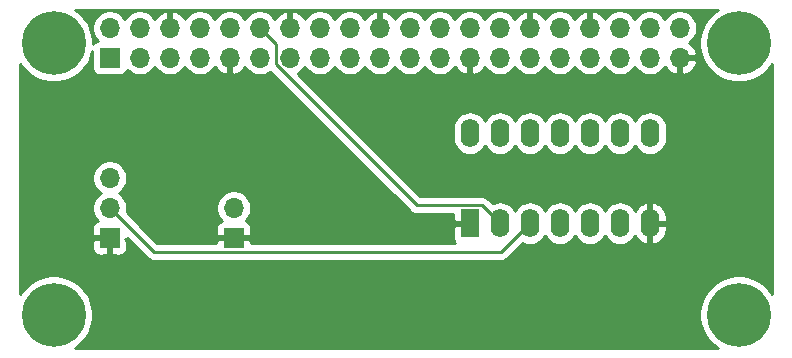
<source format=gbr>
%TF.GenerationSoftware,KiCad,Pcbnew,(5.1.8)-1*%
%TF.CreationDate,2021-09-28T21:47:29+01:00*%
%TF.ProjectId,pixel_pi_hat,70697865-6c5f-4706-995f-6861742e6b69,rev?*%
%TF.SameCoordinates,Original*%
%TF.FileFunction,Copper,L2,Bot*%
%TF.FilePolarity,Positive*%
%FSLAX46Y46*%
G04 Gerber Fmt 4.6, Leading zero omitted, Abs format (unit mm)*
G04 Created by KiCad (PCBNEW (5.1.8)-1) date 2021-09-28 21:47:29*
%MOMM*%
%LPD*%
G01*
G04 APERTURE LIST*
%TA.AperFunction,ComponentPad*%
%ADD10C,5.400000*%
%TD*%
%TA.AperFunction,ComponentPad*%
%ADD11O,1.600000X2.400000*%
%TD*%
%TA.AperFunction,ComponentPad*%
%ADD12R,1.600000X2.400000*%
%TD*%
%TA.AperFunction,ComponentPad*%
%ADD13O,1.700000X1.700000*%
%TD*%
%TA.AperFunction,ComponentPad*%
%ADD14R,1.700000X1.700000*%
%TD*%
%TA.AperFunction,Conductor*%
%ADD15C,0.250000*%
%TD*%
%TA.AperFunction,Conductor*%
%ADD16C,0.254000*%
%TD*%
%TA.AperFunction,Conductor*%
%ADD17C,0.100000*%
%TD*%
G04 APERTURE END LIST*
D10*
%TO.P,H4,1*%
%TO.N,N/C*%
X111500000Y-62000000D03*
%TD*%
%TO.P,H3,1*%
%TO.N,N/C*%
X53500000Y-62000000D03*
%TD*%
%TO.P,H2,1*%
%TO.N,N/C*%
X111500000Y-39000000D03*
%TD*%
%TO.P,H1,1*%
%TO.N,N/C*%
X53500000Y-39000000D03*
%TD*%
D11*
%TO.P,U1,14*%
%TO.N,+5V*%
X88750000Y-46630000D03*
%TO.P,U1,7*%
%TO.N,GND*%
X103990000Y-54250000D03*
%TO.P,U1,13*%
%TO.N,N/C*%
X91290000Y-46630000D03*
%TO.P,U1,6*%
X101450000Y-54250000D03*
%TO.P,U1,12*%
X93830000Y-46630000D03*
%TO.P,U1,5*%
X98910000Y-54250000D03*
%TO.P,U1,11*%
X96370000Y-46630000D03*
%TO.P,U1,4*%
X96370000Y-54250000D03*
%TO.P,U1,10*%
X98910000Y-46630000D03*
%TO.P,U1,3*%
%TO.N,Net-(J2-Pad2)*%
X93830000Y-54250000D03*
%TO.P,U1,9*%
%TO.N,N/C*%
X101450000Y-46630000D03*
%TO.P,U1,2*%
%TO.N,Net-(J3-Pad12)*%
X91290000Y-54250000D03*
%TO.P,U1,8*%
%TO.N,N/C*%
X103990000Y-46630000D03*
D12*
%TO.P,U1,1*%
%TO.N,GND*%
X88750000Y-54250000D03*
%TD*%
D13*
%TO.P,J3,40*%
%TO.N,Net-(J3-Pad40)*%
X106510000Y-37710000D03*
%TO.P,J3,39*%
%TO.N,GND*%
X106510000Y-40250000D03*
%TO.P,J3,38*%
%TO.N,Net-(J3-Pad38)*%
X103970000Y-37710000D03*
%TO.P,J3,37*%
%TO.N,Net-(J3-Pad37)*%
X103970000Y-40250000D03*
%TO.P,J3,36*%
%TO.N,Net-(J3-Pad36)*%
X101430000Y-37710000D03*
%TO.P,J3,35*%
%TO.N,Net-(J3-Pad35)*%
X101430000Y-40250000D03*
%TO.P,J3,34*%
%TO.N,GND*%
X98890000Y-37710000D03*
%TO.P,J3,33*%
%TO.N,Net-(J3-Pad33)*%
X98890000Y-40250000D03*
%TO.P,J3,32*%
%TO.N,Net-(J3-Pad32)*%
X96350000Y-37710000D03*
%TO.P,J3,31*%
%TO.N,Net-(J3-Pad31)*%
X96350000Y-40250000D03*
%TO.P,J3,30*%
%TO.N,GND*%
X93810000Y-37710000D03*
%TO.P,J3,29*%
%TO.N,Net-(J3-Pad29)*%
X93810000Y-40250000D03*
%TO.P,J3,28*%
%TO.N,Net-(J3-Pad28)*%
X91270000Y-37710000D03*
%TO.P,J3,27*%
%TO.N,Net-(J3-Pad27)*%
X91270000Y-40250000D03*
%TO.P,J3,26*%
%TO.N,Net-(J3-Pad26)*%
X88730000Y-37710000D03*
%TO.P,J3,25*%
%TO.N,GND*%
X88730000Y-40250000D03*
%TO.P,J3,24*%
%TO.N,Net-(J3-Pad24)*%
X86190000Y-37710000D03*
%TO.P,J3,23*%
%TO.N,Net-(J3-Pad23)*%
X86190000Y-40250000D03*
%TO.P,J3,22*%
%TO.N,Net-(J3-Pad22)*%
X83650000Y-37710000D03*
%TO.P,J3,21*%
%TO.N,Net-(J3-Pad21)*%
X83650000Y-40250000D03*
%TO.P,J3,20*%
%TO.N,GND*%
X81110000Y-37710000D03*
%TO.P,J3,19*%
%TO.N,Net-(J3-Pad19)*%
X81110000Y-40250000D03*
%TO.P,J3,18*%
%TO.N,Net-(J3-Pad18)*%
X78570000Y-37710000D03*
%TO.P,J3,17*%
%TO.N,Net-(J3-Pad17)*%
X78570000Y-40250000D03*
%TO.P,J3,16*%
%TO.N,Net-(J3-Pad16)*%
X76030000Y-37710000D03*
%TO.P,J3,15*%
%TO.N,Net-(J3-Pad15)*%
X76030000Y-40250000D03*
%TO.P,J3,14*%
%TO.N,GND*%
X73490000Y-37710000D03*
%TO.P,J3,13*%
%TO.N,Net-(J3-Pad13)*%
X73490000Y-40250000D03*
%TO.P,J3,12*%
%TO.N,Net-(J3-Pad12)*%
X70950000Y-37710000D03*
%TO.P,J3,11*%
%TO.N,Net-(J3-Pad11)*%
X70950000Y-40250000D03*
%TO.P,J3,10*%
%TO.N,Net-(J3-Pad10)*%
X68410000Y-37710000D03*
%TO.P,J3,9*%
%TO.N,GND*%
X68410000Y-40250000D03*
%TO.P,J3,8*%
%TO.N,Net-(J3-Pad8)*%
X65870000Y-37710000D03*
%TO.P,J3,7*%
%TO.N,Net-(J3-Pad7)*%
X65870000Y-40250000D03*
%TO.P,J3,6*%
%TO.N,GND*%
X63330000Y-37710000D03*
%TO.P,J3,5*%
%TO.N,Net-(J3-Pad5)*%
X63330000Y-40250000D03*
%TO.P,J3,4*%
%TO.N,+5V*%
X60790000Y-37710000D03*
%TO.P,J3,3*%
%TO.N,Net-(J3-Pad3)*%
X60790000Y-40250000D03*
%TO.P,J3,2*%
%TO.N,+5V*%
X58250000Y-37710000D03*
D14*
%TO.P,J3,1*%
%TO.N,Net-(J3-Pad1)*%
X58250000Y-40250000D03*
%TD*%
D13*
%TO.P,J2,3*%
%TO.N,+5V*%
X58250000Y-50420000D03*
%TO.P,J2,2*%
%TO.N,Net-(J2-Pad2)*%
X58250000Y-52960000D03*
D14*
%TO.P,J2,1*%
%TO.N,GND*%
X58250000Y-55500000D03*
%TD*%
D13*
%TO.P,J1,2*%
%TO.N,+5V*%
X68750000Y-52960000D03*
D14*
%TO.P,J1,1*%
%TO.N,GND*%
X68750000Y-55500000D03*
%TD*%
D15*
%TO.N,Net-(J2-Pad2)*%
X91404999Y-56675001D02*
X61965001Y-56675001D01*
X61965001Y-56675001D02*
X58250000Y-52960000D01*
X93830000Y-54250000D02*
X91404999Y-56675001D01*
%TO.N,Net-(J3-Pad12)*%
X89764999Y-52724999D02*
X91290000Y-54250000D01*
X84225997Y-52724999D02*
X89764999Y-52724999D01*
X72314999Y-40814001D02*
X84225997Y-52724999D01*
X72314999Y-39074999D02*
X72314999Y-40814001D01*
X70950000Y-37710000D02*
X72314999Y-39074999D01*
%TD*%
D16*
%TO.N,GND*%
X109374061Y-36409536D02*
X108909536Y-36874061D01*
X108544561Y-37420285D01*
X108293162Y-38027216D01*
X108165000Y-38671531D01*
X108165000Y-39328469D01*
X108293162Y-39972784D01*
X108544561Y-40579715D01*
X108909536Y-41125939D01*
X109374061Y-41590464D01*
X109920285Y-41955439D01*
X110527216Y-42206838D01*
X111171531Y-42335000D01*
X111828469Y-42335000D01*
X112472784Y-42206838D01*
X113079715Y-41955439D01*
X113625939Y-41590464D01*
X114090464Y-41125939D01*
X114315000Y-40789897D01*
X114315001Y-60210104D01*
X114090464Y-59874061D01*
X113625939Y-59409536D01*
X113079715Y-59044561D01*
X112472784Y-58793162D01*
X111828469Y-58665000D01*
X111171531Y-58665000D01*
X110527216Y-58793162D01*
X109920285Y-59044561D01*
X109374061Y-59409536D01*
X108909536Y-59874061D01*
X108544561Y-60420285D01*
X108293162Y-61027216D01*
X108165000Y-61671531D01*
X108165000Y-62328469D01*
X108293162Y-62972784D01*
X108544561Y-63579715D01*
X108909536Y-64125939D01*
X109374061Y-64590464D01*
X109710103Y-64815000D01*
X55289897Y-64815000D01*
X55625939Y-64590464D01*
X56090464Y-64125939D01*
X56455439Y-63579715D01*
X56706838Y-62972784D01*
X56835000Y-62328469D01*
X56835000Y-61671531D01*
X56706838Y-61027216D01*
X56455439Y-60420285D01*
X56090464Y-59874061D01*
X55625939Y-59409536D01*
X55079715Y-59044561D01*
X54472784Y-58793162D01*
X53828469Y-58665000D01*
X53171531Y-58665000D01*
X52527216Y-58793162D01*
X51920285Y-59044561D01*
X51374061Y-59409536D01*
X50909536Y-59874061D01*
X50685000Y-60210103D01*
X50685000Y-56350000D01*
X56761928Y-56350000D01*
X56774188Y-56474482D01*
X56810498Y-56594180D01*
X56869463Y-56704494D01*
X56948815Y-56801185D01*
X57045506Y-56880537D01*
X57155820Y-56939502D01*
X57275518Y-56975812D01*
X57400000Y-56988072D01*
X57964250Y-56985000D01*
X58123000Y-56826250D01*
X58123000Y-55627000D01*
X56923750Y-55627000D01*
X56765000Y-55785750D01*
X56761928Y-56350000D01*
X50685000Y-56350000D01*
X50685000Y-40789897D01*
X50909536Y-41125939D01*
X51374061Y-41590464D01*
X51920285Y-41955439D01*
X52527216Y-42206838D01*
X53171531Y-42335000D01*
X53828469Y-42335000D01*
X54472784Y-42206838D01*
X55079715Y-41955439D01*
X55625939Y-41590464D01*
X56090464Y-41125939D01*
X56455439Y-40579715D01*
X56706838Y-39972784D01*
X56761928Y-39695827D01*
X56761928Y-41100000D01*
X56774188Y-41224482D01*
X56810498Y-41344180D01*
X56869463Y-41454494D01*
X56948815Y-41551185D01*
X57045506Y-41630537D01*
X57155820Y-41689502D01*
X57275518Y-41725812D01*
X57400000Y-41738072D01*
X59100000Y-41738072D01*
X59224482Y-41725812D01*
X59344180Y-41689502D01*
X59454494Y-41630537D01*
X59551185Y-41551185D01*
X59630537Y-41454494D01*
X59689502Y-41344180D01*
X59711513Y-41271620D01*
X59843368Y-41403475D01*
X60086589Y-41565990D01*
X60356842Y-41677932D01*
X60643740Y-41735000D01*
X60936260Y-41735000D01*
X61223158Y-41677932D01*
X61493411Y-41565990D01*
X61736632Y-41403475D01*
X61943475Y-41196632D01*
X62060000Y-41022240D01*
X62176525Y-41196632D01*
X62383368Y-41403475D01*
X62626589Y-41565990D01*
X62896842Y-41677932D01*
X63183740Y-41735000D01*
X63476260Y-41735000D01*
X63763158Y-41677932D01*
X64033411Y-41565990D01*
X64276632Y-41403475D01*
X64483475Y-41196632D01*
X64600000Y-41022240D01*
X64716525Y-41196632D01*
X64923368Y-41403475D01*
X65166589Y-41565990D01*
X65436842Y-41677932D01*
X65723740Y-41735000D01*
X66016260Y-41735000D01*
X66303158Y-41677932D01*
X66573411Y-41565990D01*
X66816632Y-41403475D01*
X67023475Y-41196632D01*
X67145195Y-41014466D01*
X67214822Y-41131355D01*
X67409731Y-41347588D01*
X67643080Y-41521641D01*
X67905901Y-41646825D01*
X68053110Y-41691476D01*
X68283000Y-41570155D01*
X68283000Y-40377000D01*
X68263000Y-40377000D01*
X68263000Y-40123000D01*
X68283000Y-40123000D01*
X68283000Y-40103000D01*
X68537000Y-40103000D01*
X68537000Y-40123000D01*
X68557000Y-40123000D01*
X68557000Y-40377000D01*
X68537000Y-40377000D01*
X68537000Y-41570155D01*
X68766890Y-41691476D01*
X68914099Y-41646825D01*
X69176920Y-41521641D01*
X69410269Y-41347588D01*
X69605178Y-41131355D01*
X69674805Y-41014466D01*
X69796525Y-41196632D01*
X70003368Y-41403475D01*
X70246589Y-41565990D01*
X70516842Y-41677932D01*
X70803740Y-41735000D01*
X71096260Y-41735000D01*
X71383158Y-41677932D01*
X71653411Y-41565990D01*
X71856492Y-41430295D01*
X83662197Y-53236001D01*
X83685996Y-53265000D01*
X83714994Y-53288798D01*
X83801720Y-53359973D01*
X83933750Y-53430545D01*
X84077011Y-53474002D01*
X84188664Y-53484999D01*
X84188674Y-53484999D01*
X84225997Y-53488675D01*
X84263320Y-53484999D01*
X87313390Y-53484999D01*
X87315000Y-53964250D01*
X87473750Y-54123000D01*
X88623000Y-54123000D01*
X88623000Y-54103000D01*
X88877000Y-54103000D01*
X88877000Y-54123000D01*
X88897000Y-54123000D01*
X88897000Y-54377000D01*
X88877000Y-54377000D01*
X88877000Y-54397000D01*
X88623000Y-54397000D01*
X88623000Y-54377000D01*
X87473750Y-54377000D01*
X87315000Y-54535750D01*
X87311928Y-55450000D01*
X87324188Y-55574482D01*
X87360498Y-55694180D01*
X87419463Y-55804494D01*
X87498815Y-55901185D01*
X87515650Y-55915001D01*
X70235704Y-55915001D01*
X70235000Y-55785750D01*
X70076250Y-55627000D01*
X68877000Y-55627000D01*
X68877000Y-55647000D01*
X68623000Y-55647000D01*
X68623000Y-55627000D01*
X67423750Y-55627000D01*
X67265000Y-55785750D01*
X67264296Y-55915001D01*
X62279803Y-55915001D01*
X61014802Y-54650000D01*
X67261928Y-54650000D01*
X67265000Y-55214250D01*
X67423750Y-55373000D01*
X68623000Y-55373000D01*
X68623000Y-55353000D01*
X68877000Y-55353000D01*
X68877000Y-55373000D01*
X70076250Y-55373000D01*
X70235000Y-55214250D01*
X70238072Y-54650000D01*
X70225812Y-54525518D01*
X70189502Y-54405820D01*
X70130537Y-54295506D01*
X70051185Y-54198815D01*
X69954494Y-54119463D01*
X69844180Y-54060498D01*
X69771620Y-54038487D01*
X69903475Y-53906632D01*
X70065990Y-53663411D01*
X70177932Y-53393158D01*
X70235000Y-53106260D01*
X70235000Y-52813740D01*
X70177932Y-52526842D01*
X70065990Y-52256589D01*
X69903475Y-52013368D01*
X69696632Y-51806525D01*
X69453411Y-51644010D01*
X69183158Y-51532068D01*
X68896260Y-51475000D01*
X68603740Y-51475000D01*
X68316842Y-51532068D01*
X68046589Y-51644010D01*
X67803368Y-51806525D01*
X67596525Y-52013368D01*
X67434010Y-52256589D01*
X67322068Y-52526842D01*
X67265000Y-52813740D01*
X67265000Y-53106260D01*
X67322068Y-53393158D01*
X67434010Y-53663411D01*
X67596525Y-53906632D01*
X67728380Y-54038487D01*
X67655820Y-54060498D01*
X67545506Y-54119463D01*
X67448815Y-54198815D01*
X67369463Y-54295506D01*
X67310498Y-54405820D01*
X67274188Y-54525518D01*
X67261928Y-54650000D01*
X61014802Y-54650000D01*
X59691209Y-53326408D01*
X59735000Y-53106260D01*
X59735000Y-52813740D01*
X59677932Y-52526842D01*
X59565990Y-52256589D01*
X59403475Y-52013368D01*
X59196632Y-51806525D01*
X59022240Y-51690000D01*
X59196632Y-51573475D01*
X59403475Y-51366632D01*
X59565990Y-51123411D01*
X59677932Y-50853158D01*
X59735000Y-50566260D01*
X59735000Y-50273740D01*
X59677932Y-49986842D01*
X59565990Y-49716589D01*
X59403475Y-49473368D01*
X59196632Y-49266525D01*
X58953411Y-49104010D01*
X58683158Y-48992068D01*
X58396260Y-48935000D01*
X58103740Y-48935000D01*
X57816842Y-48992068D01*
X57546589Y-49104010D01*
X57303368Y-49266525D01*
X57096525Y-49473368D01*
X56934010Y-49716589D01*
X56822068Y-49986842D01*
X56765000Y-50273740D01*
X56765000Y-50566260D01*
X56822068Y-50853158D01*
X56934010Y-51123411D01*
X57096525Y-51366632D01*
X57303368Y-51573475D01*
X57477760Y-51690000D01*
X57303368Y-51806525D01*
X57096525Y-52013368D01*
X56934010Y-52256589D01*
X56822068Y-52526842D01*
X56765000Y-52813740D01*
X56765000Y-53106260D01*
X56822068Y-53393158D01*
X56934010Y-53663411D01*
X57096525Y-53906632D01*
X57228380Y-54038487D01*
X57155820Y-54060498D01*
X57045506Y-54119463D01*
X56948815Y-54198815D01*
X56869463Y-54295506D01*
X56810498Y-54405820D01*
X56774188Y-54525518D01*
X56761928Y-54650000D01*
X56765000Y-55214250D01*
X56923750Y-55373000D01*
X58123000Y-55373000D01*
X58123000Y-55353000D01*
X58377000Y-55353000D01*
X58377000Y-55373000D01*
X58397000Y-55373000D01*
X58397000Y-55627000D01*
X58377000Y-55627000D01*
X58377000Y-56826250D01*
X58535750Y-56985000D01*
X59100000Y-56988072D01*
X59224482Y-56975812D01*
X59344180Y-56939502D01*
X59454494Y-56880537D01*
X59551185Y-56801185D01*
X59630537Y-56704494D01*
X59689502Y-56594180D01*
X59725812Y-56474482D01*
X59738072Y-56350000D01*
X59735000Y-55785750D01*
X59576252Y-55627002D01*
X59735000Y-55627002D01*
X59735000Y-55519802D01*
X61401202Y-57186004D01*
X61425000Y-57215002D01*
X61540725Y-57309975D01*
X61672754Y-57380547D01*
X61816015Y-57424004D01*
X61927668Y-57435001D01*
X61927676Y-57435001D01*
X61965001Y-57438677D01*
X62002326Y-57435001D01*
X91367677Y-57435001D01*
X91404999Y-57438677D01*
X91442321Y-57435001D01*
X91442332Y-57435001D01*
X91553985Y-57424004D01*
X91697246Y-57380547D01*
X91829275Y-57309975D01*
X91945000Y-57215002D01*
X91968803Y-57185998D01*
X93209394Y-55945408D01*
X93278193Y-55982182D01*
X93548692Y-56064236D01*
X93830000Y-56091943D01*
X94111309Y-56064236D01*
X94381808Y-55982182D01*
X94631101Y-55848932D01*
X94849608Y-55669608D01*
X95028932Y-55451101D01*
X95100000Y-55318142D01*
X95171068Y-55451101D01*
X95350393Y-55669608D01*
X95568900Y-55848932D01*
X95818193Y-55982182D01*
X96088692Y-56064236D01*
X96370000Y-56091943D01*
X96651309Y-56064236D01*
X96921808Y-55982182D01*
X97171101Y-55848932D01*
X97389608Y-55669608D01*
X97568932Y-55451101D01*
X97640000Y-55318142D01*
X97711068Y-55451101D01*
X97890393Y-55669608D01*
X98108900Y-55848932D01*
X98358193Y-55982182D01*
X98628692Y-56064236D01*
X98910000Y-56091943D01*
X99191309Y-56064236D01*
X99461808Y-55982182D01*
X99711101Y-55848932D01*
X99929608Y-55669608D01*
X100108932Y-55451101D01*
X100180000Y-55318142D01*
X100251068Y-55451101D01*
X100430393Y-55669608D01*
X100648900Y-55848932D01*
X100898193Y-55982182D01*
X101168692Y-56064236D01*
X101450000Y-56091943D01*
X101731309Y-56064236D01*
X102001808Y-55982182D01*
X102251101Y-55848932D01*
X102469608Y-55669608D01*
X102648932Y-55451101D01*
X102717265Y-55323259D01*
X102867399Y-55552839D01*
X103065105Y-55754500D01*
X103298354Y-55913715D01*
X103558182Y-56024367D01*
X103640961Y-56041904D01*
X103863000Y-55919915D01*
X103863000Y-54377000D01*
X104117000Y-54377000D01*
X104117000Y-55919915D01*
X104339039Y-56041904D01*
X104421818Y-56024367D01*
X104681646Y-55913715D01*
X104914895Y-55754500D01*
X105112601Y-55552839D01*
X105267166Y-55316483D01*
X105372650Y-55054514D01*
X105425000Y-54777000D01*
X105425000Y-54377000D01*
X104117000Y-54377000D01*
X103863000Y-54377000D01*
X103843000Y-54377000D01*
X103843000Y-54123000D01*
X103863000Y-54123000D01*
X103863000Y-52580085D01*
X104117000Y-52580085D01*
X104117000Y-54123000D01*
X105425000Y-54123000D01*
X105425000Y-53723000D01*
X105372650Y-53445486D01*
X105267166Y-53183517D01*
X105112601Y-52947161D01*
X104914895Y-52745500D01*
X104681646Y-52586285D01*
X104421818Y-52475633D01*
X104339039Y-52458096D01*
X104117000Y-52580085D01*
X103863000Y-52580085D01*
X103640961Y-52458096D01*
X103558182Y-52475633D01*
X103298354Y-52586285D01*
X103065105Y-52745500D01*
X102867399Y-52947161D01*
X102717265Y-53176741D01*
X102648932Y-53048899D01*
X102469607Y-52830392D01*
X102251100Y-52651068D01*
X102001807Y-52517818D01*
X101731308Y-52435764D01*
X101450000Y-52408057D01*
X101168691Y-52435764D01*
X100898192Y-52517818D01*
X100648899Y-52651068D01*
X100430392Y-52830393D01*
X100251068Y-53048900D01*
X100180000Y-53181858D01*
X100108932Y-53048899D01*
X99929607Y-52830392D01*
X99711100Y-52651068D01*
X99461807Y-52517818D01*
X99191308Y-52435764D01*
X98910000Y-52408057D01*
X98628691Y-52435764D01*
X98358192Y-52517818D01*
X98108899Y-52651068D01*
X97890392Y-52830393D01*
X97711068Y-53048900D01*
X97640000Y-53181858D01*
X97568932Y-53048899D01*
X97389607Y-52830392D01*
X97171100Y-52651068D01*
X96921807Y-52517818D01*
X96651308Y-52435764D01*
X96370000Y-52408057D01*
X96088691Y-52435764D01*
X95818192Y-52517818D01*
X95568899Y-52651068D01*
X95350392Y-52830393D01*
X95171068Y-53048900D01*
X95100000Y-53181858D01*
X95028932Y-53048899D01*
X94849607Y-52830392D01*
X94631100Y-52651068D01*
X94381807Y-52517818D01*
X94111308Y-52435764D01*
X93830000Y-52408057D01*
X93548691Y-52435764D01*
X93278192Y-52517818D01*
X93028899Y-52651068D01*
X92810392Y-52830393D01*
X92631068Y-53048900D01*
X92560000Y-53181858D01*
X92488932Y-53048899D01*
X92309607Y-52830392D01*
X92091100Y-52651068D01*
X91841807Y-52517818D01*
X91571308Y-52435764D01*
X91290000Y-52408057D01*
X91008691Y-52435764D01*
X90738192Y-52517818D01*
X90669393Y-52554592D01*
X90328803Y-52214002D01*
X90305000Y-52184998D01*
X90189275Y-52090025D01*
X90057246Y-52019453D01*
X89913985Y-51975996D01*
X89802332Y-51964999D01*
X89802321Y-51964999D01*
X89764999Y-51961323D01*
X89727677Y-51964999D01*
X84540799Y-51964999D01*
X78735309Y-46159509D01*
X87315000Y-46159509D01*
X87315000Y-47100492D01*
X87335764Y-47311309D01*
X87417818Y-47581808D01*
X87551068Y-47831101D01*
X87730393Y-48049608D01*
X87948900Y-48228932D01*
X88198193Y-48362182D01*
X88468692Y-48444236D01*
X88750000Y-48471943D01*
X89031309Y-48444236D01*
X89301808Y-48362182D01*
X89551101Y-48228932D01*
X89769608Y-48049608D01*
X89948932Y-47831101D01*
X90020000Y-47698142D01*
X90091068Y-47831101D01*
X90270393Y-48049608D01*
X90488900Y-48228932D01*
X90738193Y-48362182D01*
X91008692Y-48444236D01*
X91290000Y-48471943D01*
X91571309Y-48444236D01*
X91841808Y-48362182D01*
X92091101Y-48228932D01*
X92309608Y-48049608D01*
X92488932Y-47831101D01*
X92560000Y-47698142D01*
X92631068Y-47831101D01*
X92810393Y-48049608D01*
X93028900Y-48228932D01*
X93278193Y-48362182D01*
X93548692Y-48444236D01*
X93830000Y-48471943D01*
X94111309Y-48444236D01*
X94381808Y-48362182D01*
X94631101Y-48228932D01*
X94849608Y-48049608D01*
X95028932Y-47831101D01*
X95100000Y-47698142D01*
X95171068Y-47831101D01*
X95350393Y-48049608D01*
X95568900Y-48228932D01*
X95818193Y-48362182D01*
X96088692Y-48444236D01*
X96370000Y-48471943D01*
X96651309Y-48444236D01*
X96921808Y-48362182D01*
X97171101Y-48228932D01*
X97389608Y-48049608D01*
X97568932Y-47831101D01*
X97640000Y-47698142D01*
X97711068Y-47831101D01*
X97890393Y-48049608D01*
X98108900Y-48228932D01*
X98358193Y-48362182D01*
X98628692Y-48444236D01*
X98910000Y-48471943D01*
X99191309Y-48444236D01*
X99461808Y-48362182D01*
X99711101Y-48228932D01*
X99929608Y-48049608D01*
X100108932Y-47831101D01*
X100180000Y-47698142D01*
X100251068Y-47831101D01*
X100430393Y-48049608D01*
X100648900Y-48228932D01*
X100898193Y-48362182D01*
X101168692Y-48444236D01*
X101450000Y-48471943D01*
X101731309Y-48444236D01*
X102001808Y-48362182D01*
X102251101Y-48228932D01*
X102469608Y-48049608D01*
X102648932Y-47831101D01*
X102720000Y-47698142D01*
X102791068Y-47831101D01*
X102970393Y-48049608D01*
X103188900Y-48228932D01*
X103438193Y-48362182D01*
X103708692Y-48444236D01*
X103990000Y-48471943D01*
X104271309Y-48444236D01*
X104541808Y-48362182D01*
X104791101Y-48228932D01*
X105009608Y-48049608D01*
X105188932Y-47831101D01*
X105322182Y-47581808D01*
X105404236Y-47311309D01*
X105425000Y-47100491D01*
X105425000Y-46159508D01*
X105404236Y-45948691D01*
X105322182Y-45678192D01*
X105188932Y-45428899D01*
X105009607Y-45210392D01*
X104791100Y-45031068D01*
X104541807Y-44897818D01*
X104271308Y-44815764D01*
X103990000Y-44788057D01*
X103708691Y-44815764D01*
X103438192Y-44897818D01*
X103188899Y-45031068D01*
X102970392Y-45210393D01*
X102791068Y-45428900D01*
X102720000Y-45561858D01*
X102648932Y-45428899D01*
X102469607Y-45210392D01*
X102251100Y-45031068D01*
X102001807Y-44897818D01*
X101731308Y-44815764D01*
X101450000Y-44788057D01*
X101168691Y-44815764D01*
X100898192Y-44897818D01*
X100648899Y-45031068D01*
X100430392Y-45210393D01*
X100251068Y-45428900D01*
X100180000Y-45561858D01*
X100108932Y-45428899D01*
X99929607Y-45210392D01*
X99711100Y-45031068D01*
X99461807Y-44897818D01*
X99191308Y-44815764D01*
X98910000Y-44788057D01*
X98628691Y-44815764D01*
X98358192Y-44897818D01*
X98108899Y-45031068D01*
X97890392Y-45210393D01*
X97711068Y-45428900D01*
X97640000Y-45561858D01*
X97568932Y-45428899D01*
X97389607Y-45210392D01*
X97171100Y-45031068D01*
X96921807Y-44897818D01*
X96651308Y-44815764D01*
X96370000Y-44788057D01*
X96088691Y-44815764D01*
X95818192Y-44897818D01*
X95568899Y-45031068D01*
X95350392Y-45210393D01*
X95171068Y-45428900D01*
X95100000Y-45561858D01*
X95028932Y-45428899D01*
X94849607Y-45210392D01*
X94631100Y-45031068D01*
X94381807Y-44897818D01*
X94111308Y-44815764D01*
X93830000Y-44788057D01*
X93548691Y-44815764D01*
X93278192Y-44897818D01*
X93028899Y-45031068D01*
X92810392Y-45210393D01*
X92631068Y-45428900D01*
X92560000Y-45561858D01*
X92488932Y-45428899D01*
X92309607Y-45210392D01*
X92091100Y-45031068D01*
X91841807Y-44897818D01*
X91571308Y-44815764D01*
X91290000Y-44788057D01*
X91008691Y-44815764D01*
X90738192Y-44897818D01*
X90488899Y-45031068D01*
X90270392Y-45210393D01*
X90091068Y-45428900D01*
X90020000Y-45561858D01*
X89948932Y-45428899D01*
X89769607Y-45210392D01*
X89551100Y-45031068D01*
X89301807Y-44897818D01*
X89031308Y-44815764D01*
X88750000Y-44788057D01*
X88468691Y-44815764D01*
X88198192Y-44897818D01*
X87948899Y-45031068D01*
X87730392Y-45210393D01*
X87551068Y-45428900D01*
X87417818Y-45678193D01*
X87335764Y-45948692D01*
X87315000Y-46159509D01*
X78735309Y-46159509D01*
X74156909Y-41581110D01*
X74193411Y-41565990D01*
X74436632Y-41403475D01*
X74643475Y-41196632D01*
X74760000Y-41022240D01*
X74876525Y-41196632D01*
X75083368Y-41403475D01*
X75326589Y-41565990D01*
X75596842Y-41677932D01*
X75883740Y-41735000D01*
X76176260Y-41735000D01*
X76463158Y-41677932D01*
X76733411Y-41565990D01*
X76976632Y-41403475D01*
X77183475Y-41196632D01*
X77300000Y-41022240D01*
X77416525Y-41196632D01*
X77623368Y-41403475D01*
X77866589Y-41565990D01*
X78136842Y-41677932D01*
X78423740Y-41735000D01*
X78716260Y-41735000D01*
X79003158Y-41677932D01*
X79273411Y-41565990D01*
X79516632Y-41403475D01*
X79723475Y-41196632D01*
X79840000Y-41022240D01*
X79956525Y-41196632D01*
X80163368Y-41403475D01*
X80406589Y-41565990D01*
X80676842Y-41677932D01*
X80963740Y-41735000D01*
X81256260Y-41735000D01*
X81543158Y-41677932D01*
X81813411Y-41565990D01*
X82056632Y-41403475D01*
X82263475Y-41196632D01*
X82380000Y-41022240D01*
X82496525Y-41196632D01*
X82703368Y-41403475D01*
X82946589Y-41565990D01*
X83216842Y-41677932D01*
X83503740Y-41735000D01*
X83796260Y-41735000D01*
X84083158Y-41677932D01*
X84353411Y-41565990D01*
X84596632Y-41403475D01*
X84803475Y-41196632D01*
X84920000Y-41022240D01*
X85036525Y-41196632D01*
X85243368Y-41403475D01*
X85486589Y-41565990D01*
X85756842Y-41677932D01*
X86043740Y-41735000D01*
X86336260Y-41735000D01*
X86623158Y-41677932D01*
X86893411Y-41565990D01*
X87136632Y-41403475D01*
X87343475Y-41196632D01*
X87465195Y-41014466D01*
X87534822Y-41131355D01*
X87729731Y-41347588D01*
X87963080Y-41521641D01*
X88225901Y-41646825D01*
X88373110Y-41691476D01*
X88603000Y-41570155D01*
X88603000Y-40377000D01*
X88583000Y-40377000D01*
X88583000Y-40123000D01*
X88603000Y-40123000D01*
X88603000Y-40103000D01*
X88857000Y-40103000D01*
X88857000Y-40123000D01*
X88877000Y-40123000D01*
X88877000Y-40377000D01*
X88857000Y-40377000D01*
X88857000Y-41570155D01*
X89086890Y-41691476D01*
X89234099Y-41646825D01*
X89496920Y-41521641D01*
X89730269Y-41347588D01*
X89925178Y-41131355D01*
X89994805Y-41014466D01*
X90116525Y-41196632D01*
X90323368Y-41403475D01*
X90566589Y-41565990D01*
X90836842Y-41677932D01*
X91123740Y-41735000D01*
X91416260Y-41735000D01*
X91703158Y-41677932D01*
X91973411Y-41565990D01*
X92216632Y-41403475D01*
X92423475Y-41196632D01*
X92540000Y-41022240D01*
X92656525Y-41196632D01*
X92863368Y-41403475D01*
X93106589Y-41565990D01*
X93376842Y-41677932D01*
X93663740Y-41735000D01*
X93956260Y-41735000D01*
X94243158Y-41677932D01*
X94513411Y-41565990D01*
X94756632Y-41403475D01*
X94963475Y-41196632D01*
X95080000Y-41022240D01*
X95196525Y-41196632D01*
X95403368Y-41403475D01*
X95646589Y-41565990D01*
X95916842Y-41677932D01*
X96203740Y-41735000D01*
X96496260Y-41735000D01*
X96783158Y-41677932D01*
X97053411Y-41565990D01*
X97296632Y-41403475D01*
X97503475Y-41196632D01*
X97620000Y-41022240D01*
X97736525Y-41196632D01*
X97943368Y-41403475D01*
X98186589Y-41565990D01*
X98456842Y-41677932D01*
X98743740Y-41735000D01*
X99036260Y-41735000D01*
X99323158Y-41677932D01*
X99593411Y-41565990D01*
X99836632Y-41403475D01*
X100043475Y-41196632D01*
X100160000Y-41022240D01*
X100276525Y-41196632D01*
X100483368Y-41403475D01*
X100726589Y-41565990D01*
X100996842Y-41677932D01*
X101283740Y-41735000D01*
X101576260Y-41735000D01*
X101863158Y-41677932D01*
X102133411Y-41565990D01*
X102376632Y-41403475D01*
X102583475Y-41196632D01*
X102700000Y-41022240D01*
X102816525Y-41196632D01*
X103023368Y-41403475D01*
X103266589Y-41565990D01*
X103536842Y-41677932D01*
X103823740Y-41735000D01*
X104116260Y-41735000D01*
X104403158Y-41677932D01*
X104673411Y-41565990D01*
X104916632Y-41403475D01*
X105123475Y-41196632D01*
X105245195Y-41014466D01*
X105314822Y-41131355D01*
X105509731Y-41347588D01*
X105743080Y-41521641D01*
X106005901Y-41646825D01*
X106153110Y-41691476D01*
X106383000Y-41570155D01*
X106383000Y-40377000D01*
X106637000Y-40377000D01*
X106637000Y-41570155D01*
X106866890Y-41691476D01*
X107014099Y-41646825D01*
X107276920Y-41521641D01*
X107510269Y-41347588D01*
X107705178Y-41131355D01*
X107854157Y-40881252D01*
X107951481Y-40606891D01*
X107830814Y-40377000D01*
X106637000Y-40377000D01*
X106383000Y-40377000D01*
X106363000Y-40377000D01*
X106363000Y-40123000D01*
X106383000Y-40123000D01*
X106383000Y-40103000D01*
X106637000Y-40103000D01*
X106637000Y-40123000D01*
X107830814Y-40123000D01*
X107951481Y-39893109D01*
X107854157Y-39618748D01*
X107705178Y-39368645D01*
X107510269Y-39152412D01*
X107280594Y-38981100D01*
X107456632Y-38863475D01*
X107663475Y-38656632D01*
X107825990Y-38413411D01*
X107937932Y-38143158D01*
X107995000Y-37856260D01*
X107995000Y-37563740D01*
X107937932Y-37276842D01*
X107825990Y-37006589D01*
X107663475Y-36763368D01*
X107456632Y-36556525D01*
X107213411Y-36394010D01*
X106943158Y-36282068D01*
X106656260Y-36225000D01*
X106363740Y-36225000D01*
X106076842Y-36282068D01*
X105806589Y-36394010D01*
X105563368Y-36556525D01*
X105356525Y-36763368D01*
X105240000Y-36937760D01*
X105123475Y-36763368D01*
X104916632Y-36556525D01*
X104673411Y-36394010D01*
X104403158Y-36282068D01*
X104116260Y-36225000D01*
X103823740Y-36225000D01*
X103536842Y-36282068D01*
X103266589Y-36394010D01*
X103023368Y-36556525D01*
X102816525Y-36763368D01*
X102700000Y-36937760D01*
X102583475Y-36763368D01*
X102376632Y-36556525D01*
X102133411Y-36394010D01*
X101863158Y-36282068D01*
X101576260Y-36225000D01*
X101283740Y-36225000D01*
X100996842Y-36282068D01*
X100726589Y-36394010D01*
X100483368Y-36556525D01*
X100276525Y-36763368D01*
X100154805Y-36945534D01*
X100085178Y-36828645D01*
X99890269Y-36612412D01*
X99656920Y-36438359D01*
X99394099Y-36313175D01*
X99246890Y-36268524D01*
X99017000Y-36389845D01*
X99017000Y-37583000D01*
X99037000Y-37583000D01*
X99037000Y-37837000D01*
X99017000Y-37837000D01*
X99017000Y-37857000D01*
X98763000Y-37857000D01*
X98763000Y-37837000D01*
X98743000Y-37837000D01*
X98743000Y-37583000D01*
X98763000Y-37583000D01*
X98763000Y-36389845D01*
X98533110Y-36268524D01*
X98385901Y-36313175D01*
X98123080Y-36438359D01*
X97889731Y-36612412D01*
X97694822Y-36828645D01*
X97625195Y-36945534D01*
X97503475Y-36763368D01*
X97296632Y-36556525D01*
X97053411Y-36394010D01*
X96783158Y-36282068D01*
X96496260Y-36225000D01*
X96203740Y-36225000D01*
X95916842Y-36282068D01*
X95646589Y-36394010D01*
X95403368Y-36556525D01*
X95196525Y-36763368D01*
X95074805Y-36945534D01*
X95005178Y-36828645D01*
X94810269Y-36612412D01*
X94576920Y-36438359D01*
X94314099Y-36313175D01*
X94166890Y-36268524D01*
X93937000Y-36389845D01*
X93937000Y-37583000D01*
X93957000Y-37583000D01*
X93957000Y-37837000D01*
X93937000Y-37837000D01*
X93937000Y-37857000D01*
X93683000Y-37857000D01*
X93683000Y-37837000D01*
X93663000Y-37837000D01*
X93663000Y-37583000D01*
X93683000Y-37583000D01*
X93683000Y-36389845D01*
X93453110Y-36268524D01*
X93305901Y-36313175D01*
X93043080Y-36438359D01*
X92809731Y-36612412D01*
X92614822Y-36828645D01*
X92545195Y-36945534D01*
X92423475Y-36763368D01*
X92216632Y-36556525D01*
X91973411Y-36394010D01*
X91703158Y-36282068D01*
X91416260Y-36225000D01*
X91123740Y-36225000D01*
X90836842Y-36282068D01*
X90566589Y-36394010D01*
X90323368Y-36556525D01*
X90116525Y-36763368D01*
X90000000Y-36937760D01*
X89883475Y-36763368D01*
X89676632Y-36556525D01*
X89433411Y-36394010D01*
X89163158Y-36282068D01*
X88876260Y-36225000D01*
X88583740Y-36225000D01*
X88296842Y-36282068D01*
X88026589Y-36394010D01*
X87783368Y-36556525D01*
X87576525Y-36763368D01*
X87460000Y-36937760D01*
X87343475Y-36763368D01*
X87136632Y-36556525D01*
X86893411Y-36394010D01*
X86623158Y-36282068D01*
X86336260Y-36225000D01*
X86043740Y-36225000D01*
X85756842Y-36282068D01*
X85486589Y-36394010D01*
X85243368Y-36556525D01*
X85036525Y-36763368D01*
X84920000Y-36937760D01*
X84803475Y-36763368D01*
X84596632Y-36556525D01*
X84353411Y-36394010D01*
X84083158Y-36282068D01*
X83796260Y-36225000D01*
X83503740Y-36225000D01*
X83216842Y-36282068D01*
X82946589Y-36394010D01*
X82703368Y-36556525D01*
X82496525Y-36763368D01*
X82374805Y-36945534D01*
X82305178Y-36828645D01*
X82110269Y-36612412D01*
X81876920Y-36438359D01*
X81614099Y-36313175D01*
X81466890Y-36268524D01*
X81237000Y-36389845D01*
X81237000Y-37583000D01*
X81257000Y-37583000D01*
X81257000Y-37837000D01*
X81237000Y-37837000D01*
X81237000Y-37857000D01*
X80983000Y-37857000D01*
X80983000Y-37837000D01*
X80963000Y-37837000D01*
X80963000Y-37583000D01*
X80983000Y-37583000D01*
X80983000Y-36389845D01*
X80753110Y-36268524D01*
X80605901Y-36313175D01*
X80343080Y-36438359D01*
X80109731Y-36612412D01*
X79914822Y-36828645D01*
X79845195Y-36945534D01*
X79723475Y-36763368D01*
X79516632Y-36556525D01*
X79273411Y-36394010D01*
X79003158Y-36282068D01*
X78716260Y-36225000D01*
X78423740Y-36225000D01*
X78136842Y-36282068D01*
X77866589Y-36394010D01*
X77623368Y-36556525D01*
X77416525Y-36763368D01*
X77300000Y-36937760D01*
X77183475Y-36763368D01*
X76976632Y-36556525D01*
X76733411Y-36394010D01*
X76463158Y-36282068D01*
X76176260Y-36225000D01*
X75883740Y-36225000D01*
X75596842Y-36282068D01*
X75326589Y-36394010D01*
X75083368Y-36556525D01*
X74876525Y-36763368D01*
X74754805Y-36945534D01*
X74685178Y-36828645D01*
X74490269Y-36612412D01*
X74256920Y-36438359D01*
X73994099Y-36313175D01*
X73846890Y-36268524D01*
X73617000Y-36389845D01*
X73617000Y-37583000D01*
X73637000Y-37583000D01*
X73637000Y-37837000D01*
X73617000Y-37837000D01*
X73617000Y-37857000D01*
X73363000Y-37857000D01*
X73363000Y-37837000D01*
X73343000Y-37837000D01*
X73343000Y-37583000D01*
X73363000Y-37583000D01*
X73363000Y-36389845D01*
X73133110Y-36268524D01*
X72985901Y-36313175D01*
X72723080Y-36438359D01*
X72489731Y-36612412D01*
X72294822Y-36828645D01*
X72225195Y-36945534D01*
X72103475Y-36763368D01*
X71896632Y-36556525D01*
X71653411Y-36394010D01*
X71383158Y-36282068D01*
X71096260Y-36225000D01*
X70803740Y-36225000D01*
X70516842Y-36282068D01*
X70246589Y-36394010D01*
X70003368Y-36556525D01*
X69796525Y-36763368D01*
X69680000Y-36937760D01*
X69563475Y-36763368D01*
X69356632Y-36556525D01*
X69113411Y-36394010D01*
X68843158Y-36282068D01*
X68556260Y-36225000D01*
X68263740Y-36225000D01*
X67976842Y-36282068D01*
X67706589Y-36394010D01*
X67463368Y-36556525D01*
X67256525Y-36763368D01*
X67140000Y-36937760D01*
X67023475Y-36763368D01*
X66816632Y-36556525D01*
X66573411Y-36394010D01*
X66303158Y-36282068D01*
X66016260Y-36225000D01*
X65723740Y-36225000D01*
X65436842Y-36282068D01*
X65166589Y-36394010D01*
X64923368Y-36556525D01*
X64716525Y-36763368D01*
X64594805Y-36945534D01*
X64525178Y-36828645D01*
X64330269Y-36612412D01*
X64096920Y-36438359D01*
X63834099Y-36313175D01*
X63686890Y-36268524D01*
X63457000Y-36389845D01*
X63457000Y-37583000D01*
X63477000Y-37583000D01*
X63477000Y-37837000D01*
X63457000Y-37837000D01*
X63457000Y-37857000D01*
X63203000Y-37857000D01*
X63203000Y-37837000D01*
X63183000Y-37837000D01*
X63183000Y-37583000D01*
X63203000Y-37583000D01*
X63203000Y-36389845D01*
X62973110Y-36268524D01*
X62825901Y-36313175D01*
X62563080Y-36438359D01*
X62329731Y-36612412D01*
X62134822Y-36828645D01*
X62065195Y-36945534D01*
X61943475Y-36763368D01*
X61736632Y-36556525D01*
X61493411Y-36394010D01*
X61223158Y-36282068D01*
X60936260Y-36225000D01*
X60643740Y-36225000D01*
X60356842Y-36282068D01*
X60086589Y-36394010D01*
X59843368Y-36556525D01*
X59636525Y-36763368D01*
X59520000Y-36937760D01*
X59403475Y-36763368D01*
X59196632Y-36556525D01*
X58953411Y-36394010D01*
X58683158Y-36282068D01*
X58396260Y-36225000D01*
X58103740Y-36225000D01*
X57816842Y-36282068D01*
X57546589Y-36394010D01*
X57303368Y-36556525D01*
X57096525Y-36763368D01*
X56934010Y-37006589D01*
X56822068Y-37276842D01*
X56765000Y-37563740D01*
X56765000Y-37856260D01*
X56822068Y-38143158D01*
X56934010Y-38413411D01*
X57096525Y-38656632D01*
X57228380Y-38788487D01*
X57155820Y-38810498D01*
X57045506Y-38869463D01*
X56948815Y-38948815D01*
X56869463Y-39045506D01*
X56835000Y-39109981D01*
X56835000Y-38671531D01*
X56706838Y-38027216D01*
X56455439Y-37420285D01*
X56090464Y-36874061D01*
X55625939Y-36409536D01*
X55289897Y-36185000D01*
X109710103Y-36185000D01*
X109374061Y-36409536D01*
%TA.AperFunction,Conductor*%
D17*
G36*
X109374061Y-36409536D02*
G01*
X108909536Y-36874061D01*
X108544561Y-37420285D01*
X108293162Y-38027216D01*
X108165000Y-38671531D01*
X108165000Y-39328469D01*
X108293162Y-39972784D01*
X108544561Y-40579715D01*
X108909536Y-41125939D01*
X109374061Y-41590464D01*
X109920285Y-41955439D01*
X110527216Y-42206838D01*
X111171531Y-42335000D01*
X111828469Y-42335000D01*
X112472784Y-42206838D01*
X113079715Y-41955439D01*
X113625939Y-41590464D01*
X114090464Y-41125939D01*
X114315000Y-40789897D01*
X114315001Y-60210104D01*
X114090464Y-59874061D01*
X113625939Y-59409536D01*
X113079715Y-59044561D01*
X112472784Y-58793162D01*
X111828469Y-58665000D01*
X111171531Y-58665000D01*
X110527216Y-58793162D01*
X109920285Y-59044561D01*
X109374061Y-59409536D01*
X108909536Y-59874061D01*
X108544561Y-60420285D01*
X108293162Y-61027216D01*
X108165000Y-61671531D01*
X108165000Y-62328469D01*
X108293162Y-62972784D01*
X108544561Y-63579715D01*
X108909536Y-64125939D01*
X109374061Y-64590464D01*
X109710103Y-64815000D01*
X55289897Y-64815000D01*
X55625939Y-64590464D01*
X56090464Y-64125939D01*
X56455439Y-63579715D01*
X56706838Y-62972784D01*
X56835000Y-62328469D01*
X56835000Y-61671531D01*
X56706838Y-61027216D01*
X56455439Y-60420285D01*
X56090464Y-59874061D01*
X55625939Y-59409536D01*
X55079715Y-59044561D01*
X54472784Y-58793162D01*
X53828469Y-58665000D01*
X53171531Y-58665000D01*
X52527216Y-58793162D01*
X51920285Y-59044561D01*
X51374061Y-59409536D01*
X50909536Y-59874061D01*
X50685000Y-60210103D01*
X50685000Y-56350000D01*
X56761928Y-56350000D01*
X56774188Y-56474482D01*
X56810498Y-56594180D01*
X56869463Y-56704494D01*
X56948815Y-56801185D01*
X57045506Y-56880537D01*
X57155820Y-56939502D01*
X57275518Y-56975812D01*
X57400000Y-56988072D01*
X57964250Y-56985000D01*
X58123000Y-56826250D01*
X58123000Y-55627000D01*
X56923750Y-55627000D01*
X56765000Y-55785750D01*
X56761928Y-56350000D01*
X50685000Y-56350000D01*
X50685000Y-40789897D01*
X50909536Y-41125939D01*
X51374061Y-41590464D01*
X51920285Y-41955439D01*
X52527216Y-42206838D01*
X53171531Y-42335000D01*
X53828469Y-42335000D01*
X54472784Y-42206838D01*
X55079715Y-41955439D01*
X55625939Y-41590464D01*
X56090464Y-41125939D01*
X56455439Y-40579715D01*
X56706838Y-39972784D01*
X56761928Y-39695827D01*
X56761928Y-41100000D01*
X56774188Y-41224482D01*
X56810498Y-41344180D01*
X56869463Y-41454494D01*
X56948815Y-41551185D01*
X57045506Y-41630537D01*
X57155820Y-41689502D01*
X57275518Y-41725812D01*
X57400000Y-41738072D01*
X59100000Y-41738072D01*
X59224482Y-41725812D01*
X59344180Y-41689502D01*
X59454494Y-41630537D01*
X59551185Y-41551185D01*
X59630537Y-41454494D01*
X59689502Y-41344180D01*
X59711513Y-41271620D01*
X59843368Y-41403475D01*
X60086589Y-41565990D01*
X60356842Y-41677932D01*
X60643740Y-41735000D01*
X60936260Y-41735000D01*
X61223158Y-41677932D01*
X61493411Y-41565990D01*
X61736632Y-41403475D01*
X61943475Y-41196632D01*
X62060000Y-41022240D01*
X62176525Y-41196632D01*
X62383368Y-41403475D01*
X62626589Y-41565990D01*
X62896842Y-41677932D01*
X63183740Y-41735000D01*
X63476260Y-41735000D01*
X63763158Y-41677932D01*
X64033411Y-41565990D01*
X64276632Y-41403475D01*
X64483475Y-41196632D01*
X64600000Y-41022240D01*
X64716525Y-41196632D01*
X64923368Y-41403475D01*
X65166589Y-41565990D01*
X65436842Y-41677932D01*
X65723740Y-41735000D01*
X66016260Y-41735000D01*
X66303158Y-41677932D01*
X66573411Y-41565990D01*
X66816632Y-41403475D01*
X67023475Y-41196632D01*
X67145195Y-41014466D01*
X67214822Y-41131355D01*
X67409731Y-41347588D01*
X67643080Y-41521641D01*
X67905901Y-41646825D01*
X68053110Y-41691476D01*
X68283000Y-41570155D01*
X68283000Y-40377000D01*
X68263000Y-40377000D01*
X68263000Y-40123000D01*
X68283000Y-40123000D01*
X68283000Y-40103000D01*
X68537000Y-40103000D01*
X68537000Y-40123000D01*
X68557000Y-40123000D01*
X68557000Y-40377000D01*
X68537000Y-40377000D01*
X68537000Y-41570155D01*
X68766890Y-41691476D01*
X68914099Y-41646825D01*
X69176920Y-41521641D01*
X69410269Y-41347588D01*
X69605178Y-41131355D01*
X69674805Y-41014466D01*
X69796525Y-41196632D01*
X70003368Y-41403475D01*
X70246589Y-41565990D01*
X70516842Y-41677932D01*
X70803740Y-41735000D01*
X71096260Y-41735000D01*
X71383158Y-41677932D01*
X71653411Y-41565990D01*
X71856492Y-41430295D01*
X83662197Y-53236001D01*
X83685996Y-53265000D01*
X83714994Y-53288798D01*
X83801720Y-53359973D01*
X83933750Y-53430545D01*
X84077011Y-53474002D01*
X84188664Y-53484999D01*
X84188674Y-53484999D01*
X84225997Y-53488675D01*
X84263320Y-53484999D01*
X87313390Y-53484999D01*
X87315000Y-53964250D01*
X87473750Y-54123000D01*
X88623000Y-54123000D01*
X88623000Y-54103000D01*
X88877000Y-54103000D01*
X88877000Y-54123000D01*
X88897000Y-54123000D01*
X88897000Y-54377000D01*
X88877000Y-54377000D01*
X88877000Y-54397000D01*
X88623000Y-54397000D01*
X88623000Y-54377000D01*
X87473750Y-54377000D01*
X87315000Y-54535750D01*
X87311928Y-55450000D01*
X87324188Y-55574482D01*
X87360498Y-55694180D01*
X87419463Y-55804494D01*
X87498815Y-55901185D01*
X87515650Y-55915001D01*
X70235704Y-55915001D01*
X70235000Y-55785750D01*
X70076250Y-55627000D01*
X68877000Y-55627000D01*
X68877000Y-55647000D01*
X68623000Y-55647000D01*
X68623000Y-55627000D01*
X67423750Y-55627000D01*
X67265000Y-55785750D01*
X67264296Y-55915001D01*
X62279803Y-55915001D01*
X61014802Y-54650000D01*
X67261928Y-54650000D01*
X67265000Y-55214250D01*
X67423750Y-55373000D01*
X68623000Y-55373000D01*
X68623000Y-55353000D01*
X68877000Y-55353000D01*
X68877000Y-55373000D01*
X70076250Y-55373000D01*
X70235000Y-55214250D01*
X70238072Y-54650000D01*
X70225812Y-54525518D01*
X70189502Y-54405820D01*
X70130537Y-54295506D01*
X70051185Y-54198815D01*
X69954494Y-54119463D01*
X69844180Y-54060498D01*
X69771620Y-54038487D01*
X69903475Y-53906632D01*
X70065990Y-53663411D01*
X70177932Y-53393158D01*
X70235000Y-53106260D01*
X70235000Y-52813740D01*
X70177932Y-52526842D01*
X70065990Y-52256589D01*
X69903475Y-52013368D01*
X69696632Y-51806525D01*
X69453411Y-51644010D01*
X69183158Y-51532068D01*
X68896260Y-51475000D01*
X68603740Y-51475000D01*
X68316842Y-51532068D01*
X68046589Y-51644010D01*
X67803368Y-51806525D01*
X67596525Y-52013368D01*
X67434010Y-52256589D01*
X67322068Y-52526842D01*
X67265000Y-52813740D01*
X67265000Y-53106260D01*
X67322068Y-53393158D01*
X67434010Y-53663411D01*
X67596525Y-53906632D01*
X67728380Y-54038487D01*
X67655820Y-54060498D01*
X67545506Y-54119463D01*
X67448815Y-54198815D01*
X67369463Y-54295506D01*
X67310498Y-54405820D01*
X67274188Y-54525518D01*
X67261928Y-54650000D01*
X61014802Y-54650000D01*
X59691209Y-53326408D01*
X59735000Y-53106260D01*
X59735000Y-52813740D01*
X59677932Y-52526842D01*
X59565990Y-52256589D01*
X59403475Y-52013368D01*
X59196632Y-51806525D01*
X59022240Y-51690000D01*
X59196632Y-51573475D01*
X59403475Y-51366632D01*
X59565990Y-51123411D01*
X59677932Y-50853158D01*
X59735000Y-50566260D01*
X59735000Y-50273740D01*
X59677932Y-49986842D01*
X59565990Y-49716589D01*
X59403475Y-49473368D01*
X59196632Y-49266525D01*
X58953411Y-49104010D01*
X58683158Y-48992068D01*
X58396260Y-48935000D01*
X58103740Y-48935000D01*
X57816842Y-48992068D01*
X57546589Y-49104010D01*
X57303368Y-49266525D01*
X57096525Y-49473368D01*
X56934010Y-49716589D01*
X56822068Y-49986842D01*
X56765000Y-50273740D01*
X56765000Y-50566260D01*
X56822068Y-50853158D01*
X56934010Y-51123411D01*
X57096525Y-51366632D01*
X57303368Y-51573475D01*
X57477760Y-51690000D01*
X57303368Y-51806525D01*
X57096525Y-52013368D01*
X56934010Y-52256589D01*
X56822068Y-52526842D01*
X56765000Y-52813740D01*
X56765000Y-53106260D01*
X56822068Y-53393158D01*
X56934010Y-53663411D01*
X57096525Y-53906632D01*
X57228380Y-54038487D01*
X57155820Y-54060498D01*
X57045506Y-54119463D01*
X56948815Y-54198815D01*
X56869463Y-54295506D01*
X56810498Y-54405820D01*
X56774188Y-54525518D01*
X56761928Y-54650000D01*
X56765000Y-55214250D01*
X56923750Y-55373000D01*
X58123000Y-55373000D01*
X58123000Y-55353000D01*
X58377000Y-55353000D01*
X58377000Y-55373000D01*
X58397000Y-55373000D01*
X58397000Y-55627000D01*
X58377000Y-55627000D01*
X58377000Y-56826250D01*
X58535750Y-56985000D01*
X59100000Y-56988072D01*
X59224482Y-56975812D01*
X59344180Y-56939502D01*
X59454494Y-56880537D01*
X59551185Y-56801185D01*
X59630537Y-56704494D01*
X59689502Y-56594180D01*
X59725812Y-56474482D01*
X59738072Y-56350000D01*
X59735000Y-55785750D01*
X59576252Y-55627002D01*
X59735000Y-55627002D01*
X59735000Y-55519802D01*
X61401202Y-57186004D01*
X61425000Y-57215002D01*
X61540725Y-57309975D01*
X61672754Y-57380547D01*
X61816015Y-57424004D01*
X61927668Y-57435001D01*
X61927676Y-57435001D01*
X61965001Y-57438677D01*
X62002326Y-57435001D01*
X91367677Y-57435001D01*
X91404999Y-57438677D01*
X91442321Y-57435001D01*
X91442332Y-57435001D01*
X91553985Y-57424004D01*
X91697246Y-57380547D01*
X91829275Y-57309975D01*
X91945000Y-57215002D01*
X91968803Y-57185998D01*
X93209394Y-55945408D01*
X93278193Y-55982182D01*
X93548692Y-56064236D01*
X93830000Y-56091943D01*
X94111309Y-56064236D01*
X94381808Y-55982182D01*
X94631101Y-55848932D01*
X94849608Y-55669608D01*
X95028932Y-55451101D01*
X95100000Y-55318142D01*
X95171068Y-55451101D01*
X95350393Y-55669608D01*
X95568900Y-55848932D01*
X95818193Y-55982182D01*
X96088692Y-56064236D01*
X96370000Y-56091943D01*
X96651309Y-56064236D01*
X96921808Y-55982182D01*
X97171101Y-55848932D01*
X97389608Y-55669608D01*
X97568932Y-55451101D01*
X97640000Y-55318142D01*
X97711068Y-55451101D01*
X97890393Y-55669608D01*
X98108900Y-55848932D01*
X98358193Y-55982182D01*
X98628692Y-56064236D01*
X98910000Y-56091943D01*
X99191309Y-56064236D01*
X99461808Y-55982182D01*
X99711101Y-55848932D01*
X99929608Y-55669608D01*
X100108932Y-55451101D01*
X100180000Y-55318142D01*
X100251068Y-55451101D01*
X100430393Y-55669608D01*
X100648900Y-55848932D01*
X100898193Y-55982182D01*
X101168692Y-56064236D01*
X101450000Y-56091943D01*
X101731309Y-56064236D01*
X102001808Y-55982182D01*
X102251101Y-55848932D01*
X102469608Y-55669608D01*
X102648932Y-55451101D01*
X102717265Y-55323259D01*
X102867399Y-55552839D01*
X103065105Y-55754500D01*
X103298354Y-55913715D01*
X103558182Y-56024367D01*
X103640961Y-56041904D01*
X103863000Y-55919915D01*
X103863000Y-54377000D01*
X104117000Y-54377000D01*
X104117000Y-55919915D01*
X104339039Y-56041904D01*
X104421818Y-56024367D01*
X104681646Y-55913715D01*
X104914895Y-55754500D01*
X105112601Y-55552839D01*
X105267166Y-55316483D01*
X105372650Y-55054514D01*
X105425000Y-54777000D01*
X105425000Y-54377000D01*
X104117000Y-54377000D01*
X103863000Y-54377000D01*
X103843000Y-54377000D01*
X103843000Y-54123000D01*
X103863000Y-54123000D01*
X103863000Y-52580085D01*
X104117000Y-52580085D01*
X104117000Y-54123000D01*
X105425000Y-54123000D01*
X105425000Y-53723000D01*
X105372650Y-53445486D01*
X105267166Y-53183517D01*
X105112601Y-52947161D01*
X104914895Y-52745500D01*
X104681646Y-52586285D01*
X104421818Y-52475633D01*
X104339039Y-52458096D01*
X104117000Y-52580085D01*
X103863000Y-52580085D01*
X103640961Y-52458096D01*
X103558182Y-52475633D01*
X103298354Y-52586285D01*
X103065105Y-52745500D01*
X102867399Y-52947161D01*
X102717265Y-53176741D01*
X102648932Y-53048899D01*
X102469607Y-52830392D01*
X102251100Y-52651068D01*
X102001807Y-52517818D01*
X101731308Y-52435764D01*
X101450000Y-52408057D01*
X101168691Y-52435764D01*
X100898192Y-52517818D01*
X100648899Y-52651068D01*
X100430392Y-52830393D01*
X100251068Y-53048900D01*
X100180000Y-53181858D01*
X100108932Y-53048899D01*
X99929607Y-52830392D01*
X99711100Y-52651068D01*
X99461807Y-52517818D01*
X99191308Y-52435764D01*
X98910000Y-52408057D01*
X98628691Y-52435764D01*
X98358192Y-52517818D01*
X98108899Y-52651068D01*
X97890392Y-52830393D01*
X97711068Y-53048900D01*
X97640000Y-53181858D01*
X97568932Y-53048899D01*
X97389607Y-52830392D01*
X97171100Y-52651068D01*
X96921807Y-52517818D01*
X96651308Y-52435764D01*
X96370000Y-52408057D01*
X96088691Y-52435764D01*
X95818192Y-52517818D01*
X95568899Y-52651068D01*
X95350392Y-52830393D01*
X95171068Y-53048900D01*
X95100000Y-53181858D01*
X95028932Y-53048899D01*
X94849607Y-52830392D01*
X94631100Y-52651068D01*
X94381807Y-52517818D01*
X94111308Y-52435764D01*
X93830000Y-52408057D01*
X93548691Y-52435764D01*
X93278192Y-52517818D01*
X93028899Y-52651068D01*
X92810392Y-52830393D01*
X92631068Y-53048900D01*
X92560000Y-53181858D01*
X92488932Y-53048899D01*
X92309607Y-52830392D01*
X92091100Y-52651068D01*
X91841807Y-52517818D01*
X91571308Y-52435764D01*
X91290000Y-52408057D01*
X91008691Y-52435764D01*
X90738192Y-52517818D01*
X90669393Y-52554592D01*
X90328803Y-52214002D01*
X90305000Y-52184998D01*
X90189275Y-52090025D01*
X90057246Y-52019453D01*
X89913985Y-51975996D01*
X89802332Y-51964999D01*
X89802321Y-51964999D01*
X89764999Y-51961323D01*
X89727677Y-51964999D01*
X84540799Y-51964999D01*
X78735309Y-46159509D01*
X87315000Y-46159509D01*
X87315000Y-47100492D01*
X87335764Y-47311309D01*
X87417818Y-47581808D01*
X87551068Y-47831101D01*
X87730393Y-48049608D01*
X87948900Y-48228932D01*
X88198193Y-48362182D01*
X88468692Y-48444236D01*
X88750000Y-48471943D01*
X89031309Y-48444236D01*
X89301808Y-48362182D01*
X89551101Y-48228932D01*
X89769608Y-48049608D01*
X89948932Y-47831101D01*
X90020000Y-47698142D01*
X90091068Y-47831101D01*
X90270393Y-48049608D01*
X90488900Y-48228932D01*
X90738193Y-48362182D01*
X91008692Y-48444236D01*
X91290000Y-48471943D01*
X91571309Y-48444236D01*
X91841808Y-48362182D01*
X92091101Y-48228932D01*
X92309608Y-48049608D01*
X92488932Y-47831101D01*
X92560000Y-47698142D01*
X92631068Y-47831101D01*
X92810393Y-48049608D01*
X93028900Y-48228932D01*
X93278193Y-48362182D01*
X93548692Y-48444236D01*
X93830000Y-48471943D01*
X94111309Y-48444236D01*
X94381808Y-48362182D01*
X94631101Y-48228932D01*
X94849608Y-48049608D01*
X95028932Y-47831101D01*
X95100000Y-47698142D01*
X95171068Y-47831101D01*
X95350393Y-48049608D01*
X95568900Y-48228932D01*
X95818193Y-48362182D01*
X96088692Y-48444236D01*
X96370000Y-48471943D01*
X96651309Y-48444236D01*
X96921808Y-48362182D01*
X97171101Y-48228932D01*
X97389608Y-48049608D01*
X97568932Y-47831101D01*
X97640000Y-47698142D01*
X97711068Y-47831101D01*
X97890393Y-48049608D01*
X98108900Y-48228932D01*
X98358193Y-48362182D01*
X98628692Y-48444236D01*
X98910000Y-48471943D01*
X99191309Y-48444236D01*
X99461808Y-48362182D01*
X99711101Y-48228932D01*
X99929608Y-48049608D01*
X100108932Y-47831101D01*
X100180000Y-47698142D01*
X100251068Y-47831101D01*
X100430393Y-48049608D01*
X100648900Y-48228932D01*
X100898193Y-48362182D01*
X101168692Y-48444236D01*
X101450000Y-48471943D01*
X101731309Y-48444236D01*
X102001808Y-48362182D01*
X102251101Y-48228932D01*
X102469608Y-48049608D01*
X102648932Y-47831101D01*
X102720000Y-47698142D01*
X102791068Y-47831101D01*
X102970393Y-48049608D01*
X103188900Y-48228932D01*
X103438193Y-48362182D01*
X103708692Y-48444236D01*
X103990000Y-48471943D01*
X104271309Y-48444236D01*
X104541808Y-48362182D01*
X104791101Y-48228932D01*
X105009608Y-48049608D01*
X105188932Y-47831101D01*
X105322182Y-47581808D01*
X105404236Y-47311309D01*
X105425000Y-47100491D01*
X105425000Y-46159508D01*
X105404236Y-45948691D01*
X105322182Y-45678192D01*
X105188932Y-45428899D01*
X105009607Y-45210392D01*
X104791100Y-45031068D01*
X104541807Y-44897818D01*
X104271308Y-44815764D01*
X103990000Y-44788057D01*
X103708691Y-44815764D01*
X103438192Y-44897818D01*
X103188899Y-45031068D01*
X102970392Y-45210393D01*
X102791068Y-45428900D01*
X102720000Y-45561858D01*
X102648932Y-45428899D01*
X102469607Y-45210392D01*
X102251100Y-45031068D01*
X102001807Y-44897818D01*
X101731308Y-44815764D01*
X101450000Y-44788057D01*
X101168691Y-44815764D01*
X100898192Y-44897818D01*
X100648899Y-45031068D01*
X100430392Y-45210393D01*
X100251068Y-45428900D01*
X100180000Y-45561858D01*
X100108932Y-45428899D01*
X99929607Y-45210392D01*
X99711100Y-45031068D01*
X99461807Y-44897818D01*
X99191308Y-44815764D01*
X98910000Y-44788057D01*
X98628691Y-44815764D01*
X98358192Y-44897818D01*
X98108899Y-45031068D01*
X97890392Y-45210393D01*
X97711068Y-45428900D01*
X97640000Y-45561858D01*
X97568932Y-45428899D01*
X97389607Y-45210392D01*
X97171100Y-45031068D01*
X96921807Y-44897818D01*
X96651308Y-44815764D01*
X96370000Y-44788057D01*
X96088691Y-44815764D01*
X95818192Y-44897818D01*
X95568899Y-45031068D01*
X95350392Y-45210393D01*
X95171068Y-45428900D01*
X95100000Y-45561858D01*
X95028932Y-45428899D01*
X94849607Y-45210392D01*
X94631100Y-45031068D01*
X94381807Y-44897818D01*
X94111308Y-44815764D01*
X93830000Y-44788057D01*
X93548691Y-44815764D01*
X93278192Y-44897818D01*
X93028899Y-45031068D01*
X92810392Y-45210393D01*
X92631068Y-45428900D01*
X92560000Y-45561858D01*
X92488932Y-45428899D01*
X92309607Y-45210392D01*
X92091100Y-45031068D01*
X91841807Y-44897818D01*
X91571308Y-44815764D01*
X91290000Y-44788057D01*
X91008691Y-44815764D01*
X90738192Y-44897818D01*
X90488899Y-45031068D01*
X90270392Y-45210393D01*
X90091068Y-45428900D01*
X90020000Y-45561858D01*
X89948932Y-45428899D01*
X89769607Y-45210392D01*
X89551100Y-45031068D01*
X89301807Y-44897818D01*
X89031308Y-44815764D01*
X88750000Y-44788057D01*
X88468691Y-44815764D01*
X88198192Y-44897818D01*
X87948899Y-45031068D01*
X87730392Y-45210393D01*
X87551068Y-45428900D01*
X87417818Y-45678193D01*
X87335764Y-45948692D01*
X87315000Y-46159509D01*
X78735309Y-46159509D01*
X74156909Y-41581110D01*
X74193411Y-41565990D01*
X74436632Y-41403475D01*
X74643475Y-41196632D01*
X74760000Y-41022240D01*
X74876525Y-41196632D01*
X75083368Y-41403475D01*
X75326589Y-41565990D01*
X75596842Y-41677932D01*
X75883740Y-41735000D01*
X76176260Y-41735000D01*
X76463158Y-41677932D01*
X76733411Y-41565990D01*
X76976632Y-41403475D01*
X77183475Y-41196632D01*
X77300000Y-41022240D01*
X77416525Y-41196632D01*
X77623368Y-41403475D01*
X77866589Y-41565990D01*
X78136842Y-41677932D01*
X78423740Y-41735000D01*
X78716260Y-41735000D01*
X79003158Y-41677932D01*
X79273411Y-41565990D01*
X79516632Y-41403475D01*
X79723475Y-41196632D01*
X79840000Y-41022240D01*
X79956525Y-41196632D01*
X80163368Y-41403475D01*
X80406589Y-41565990D01*
X80676842Y-41677932D01*
X80963740Y-41735000D01*
X81256260Y-41735000D01*
X81543158Y-41677932D01*
X81813411Y-41565990D01*
X82056632Y-41403475D01*
X82263475Y-41196632D01*
X82380000Y-41022240D01*
X82496525Y-41196632D01*
X82703368Y-41403475D01*
X82946589Y-41565990D01*
X83216842Y-41677932D01*
X83503740Y-41735000D01*
X83796260Y-41735000D01*
X84083158Y-41677932D01*
X84353411Y-41565990D01*
X84596632Y-41403475D01*
X84803475Y-41196632D01*
X84920000Y-41022240D01*
X85036525Y-41196632D01*
X85243368Y-41403475D01*
X85486589Y-41565990D01*
X85756842Y-41677932D01*
X86043740Y-41735000D01*
X86336260Y-41735000D01*
X86623158Y-41677932D01*
X86893411Y-41565990D01*
X87136632Y-41403475D01*
X87343475Y-41196632D01*
X87465195Y-41014466D01*
X87534822Y-41131355D01*
X87729731Y-41347588D01*
X87963080Y-41521641D01*
X88225901Y-41646825D01*
X88373110Y-41691476D01*
X88603000Y-41570155D01*
X88603000Y-40377000D01*
X88583000Y-40377000D01*
X88583000Y-40123000D01*
X88603000Y-40123000D01*
X88603000Y-40103000D01*
X88857000Y-40103000D01*
X88857000Y-40123000D01*
X88877000Y-40123000D01*
X88877000Y-40377000D01*
X88857000Y-40377000D01*
X88857000Y-41570155D01*
X89086890Y-41691476D01*
X89234099Y-41646825D01*
X89496920Y-41521641D01*
X89730269Y-41347588D01*
X89925178Y-41131355D01*
X89994805Y-41014466D01*
X90116525Y-41196632D01*
X90323368Y-41403475D01*
X90566589Y-41565990D01*
X90836842Y-41677932D01*
X91123740Y-41735000D01*
X91416260Y-41735000D01*
X91703158Y-41677932D01*
X91973411Y-41565990D01*
X92216632Y-41403475D01*
X92423475Y-41196632D01*
X92540000Y-41022240D01*
X92656525Y-41196632D01*
X92863368Y-41403475D01*
X93106589Y-41565990D01*
X93376842Y-41677932D01*
X93663740Y-41735000D01*
X93956260Y-41735000D01*
X94243158Y-41677932D01*
X94513411Y-41565990D01*
X94756632Y-41403475D01*
X94963475Y-41196632D01*
X95080000Y-41022240D01*
X95196525Y-41196632D01*
X95403368Y-41403475D01*
X95646589Y-41565990D01*
X95916842Y-41677932D01*
X96203740Y-41735000D01*
X96496260Y-41735000D01*
X96783158Y-41677932D01*
X97053411Y-41565990D01*
X97296632Y-41403475D01*
X97503475Y-41196632D01*
X97620000Y-41022240D01*
X97736525Y-41196632D01*
X97943368Y-41403475D01*
X98186589Y-41565990D01*
X98456842Y-41677932D01*
X98743740Y-41735000D01*
X99036260Y-41735000D01*
X99323158Y-41677932D01*
X99593411Y-41565990D01*
X99836632Y-41403475D01*
X100043475Y-41196632D01*
X100160000Y-41022240D01*
X100276525Y-41196632D01*
X100483368Y-41403475D01*
X100726589Y-41565990D01*
X100996842Y-41677932D01*
X101283740Y-41735000D01*
X101576260Y-41735000D01*
X101863158Y-41677932D01*
X102133411Y-41565990D01*
X102376632Y-41403475D01*
X102583475Y-41196632D01*
X102700000Y-41022240D01*
X102816525Y-41196632D01*
X103023368Y-41403475D01*
X103266589Y-41565990D01*
X103536842Y-41677932D01*
X103823740Y-41735000D01*
X104116260Y-41735000D01*
X104403158Y-41677932D01*
X104673411Y-41565990D01*
X104916632Y-41403475D01*
X105123475Y-41196632D01*
X105245195Y-41014466D01*
X105314822Y-41131355D01*
X105509731Y-41347588D01*
X105743080Y-41521641D01*
X106005901Y-41646825D01*
X106153110Y-41691476D01*
X106383000Y-41570155D01*
X106383000Y-40377000D01*
X106637000Y-40377000D01*
X106637000Y-41570155D01*
X106866890Y-41691476D01*
X107014099Y-41646825D01*
X107276920Y-41521641D01*
X107510269Y-41347588D01*
X107705178Y-41131355D01*
X107854157Y-40881252D01*
X107951481Y-40606891D01*
X107830814Y-40377000D01*
X106637000Y-40377000D01*
X106383000Y-40377000D01*
X106363000Y-40377000D01*
X106363000Y-40123000D01*
X106383000Y-40123000D01*
X106383000Y-40103000D01*
X106637000Y-40103000D01*
X106637000Y-40123000D01*
X107830814Y-40123000D01*
X107951481Y-39893109D01*
X107854157Y-39618748D01*
X107705178Y-39368645D01*
X107510269Y-39152412D01*
X107280594Y-38981100D01*
X107456632Y-38863475D01*
X107663475Y-38656632D01*
X107825990Y-38413411D01*
X107937932Y-38143158D01*
X107995000Y-37856260D01*
X107995000Y-37563740D01*
X107937932Y-37276842D01*
X107825990Y-37006589D01*
X107663475Y-36763368D01*
X107456632Y-36556525D01*
X107213411Y-36394010D01*
X106943158Y-36282068D01*
X106656260Y-36225000D01*
X106363740Y-36225000D01*
X106076842Y-36282068D01*
X105806589Y-36394010D01*
X105563368Y-36556525D01*
X105356525Y-36763368D01*
X105240000Y-36937760D01*
X105123475Y-36763368D01*
X104916632Y-36556525D01*
X104673411Y-36394010D01*
X104403158Y-36282068D01*
X104116260Y-36225000D01*
X103823740Y-36225000D01*
X103536842Y-36282068D01*
X103266589Y-36394010D01*
X103023368Y-36556525D01*
X102816525Y-36763368D01*
X102700000Y-36937760D01*
X102583475Y-36763368D01*
X102376632Y-36556525D01*
X102133411Y-36394010D01*
X101863158Y-36282068D01*
X101576260Y-36225000D01*
X101283740Y-36225000D01*
X100996842Y-36282068D01*
X100726589Y-36394010D01*
X100483368Y-36556525D01*
X100276525Y-36763368D01*
X100154805Y-36945534D01*
X100085178Y-36828645D01*
X99890269Y-36612412D01*
X99656920Y-36438359D01*
X99394099Y-36313175D01*
X99246890Y-36268524D01*
X99017000Y-36389845D01*
X99017000Y-37583000D01*
X99037000Y-37583000D01*
X99037000Y-37837000D01*
X99017000Y-37837000D01*
X99017000Y-37857000D01*
X98763000Y-37857000D01*
X98763000Y-37837000D01*
X98743000Y-37837000D01*
X98743000Y-37583000D01*
X98763000Y-37583000D01*
X98763000Y-36389845D01*
X98533110Y-36268524D01*
X98385901Y-36313175D01*
X98123080Y-36438359D01*
X97889731Y-36612412D01*
X97694822Y-36828645D01*
X97625195Y-36945534D01*
X97503475Y-36763368D01*
X97296632Y-36556525D01*
X97053411Y-36394010D01*
X96783158Y-36282068D01*
X96496260Y-36225000D01*
X96203740Y-36225000D01*
X95916842Y-36282068D01*
X95646589Y-36394010D01*
X95403368Y-36556525D01*
X95196525Y-36763368D01*
X95074805Y-36945534D01*
X95005178Y-36828645D01*
X94810269Y-36612412D01*
X94576920Y-36438359D01*
X94314099Y-36313175D01*
X94166890Y-36268524D01*
X93937000Y-36389845D01*
X93937000Y-37583000D01*
X93957000Y-37583000D01*
X93957000Y-37837000D01*
X93937000Y-37837000D01*
X93937000Y-37857000D01*
X93683000Y-37857000D01*
X93683000Y-37837000D01*
X93663000Y-37837000D01*
X93663000Y-37583000D01*
X93683000Y-37583000D01*
X93683000Y-36389845D01*
X93453110Y-36268524D01*
X93305901Y-36313175D01*
X93043080Y-36438359D01*
X92809731Y-36612412D01*
X92614822Y-36828645D01*
X92545195Y-36945534D01*
X92423475Y-36763368D01*
X92216632Y-36556525D01*
X91973411Y-36394010D01*
X91703158Y-36282068D01*
X91416260Y-36225000D01*
X91123740Y-36225000D01*
X90836842Y-36282068D01*
X90566589Y-36394010D01*
X90323368Y-36556525D01*
X90116525Y-36763368D01*
X90000000Y-36937760D01*
X89883475Y-36763368D01*
X89676632Y-36556525D01*
X89433411Y-36394010D01*
X89163158Y-36282068D01*
X88876260Y-36225000D01*
X88583740Y-36225000D01*
X88296842Y-36282068D01*
X88026589Y-36394010D01*
X87783368Y-36556525D01*
X87576525Y-36763368D01*
X87460000Y-36937760D01*
X87343475Y-36763368D01*
X87136632Y-36556525D01*
X86893411Y-36394010D01*
X86623158Y-36282068D01*
X86336260Y-36225000D01*
X86043740Y-36225000D01*
X85756842Y-36282068D01*
X85486589Y-36394010D01*
X85243368Y-36556525D01*
X85036525Y-36763368D01*
X84920000Y-36937760D01*
X84803475Y-36763368D01*
X84596632Y-36556525D01*
X84353411Y-36394010D01*
X84083158Y-36282068D01*
X83796260Y-36225000D01*
X83503740Y-36225000D01*
X83216842Y-36282068D01*
X82946589Y-36394010D01*
X82703368Y-36556525D01*
X82496525Y-36763368D01*
X82374805Y-36945534D01*
X82305178Y-36828645D01*
X82110269Y-36612412D01*
X81876920Y-36438359D01*
X81614099Y-36313175D01*
X81466890Y-36268524D01*
X81237000Y-36389845D01*
X81237000Y-37583000D01*
X81257000Y-37583000D01*
X81257000Y-37837000D01*
X81237000Y-37837000D01*
X81237000Y-37857000D01*
X80983000Y-37857000D01*
X80983000Y-37837000D01*
X80963000Y-37837000D01*
X80963000Y-37583000D01*
X80983000Y-37583000D01*
X80983000Y-36389845D01*
X80753110Y-36268524D01*
X80605901Y-36313175D01*
X80343080Y-36438359D01*
X80109731Y-36612412D01*
X79914822Y-36828645D01*
X79845195Y-36945534D01*
X79723475Y-36763368D01*
X79516632Y-36556525D01*
X79273411Y-36394010D01*
X79003158Y-36282068D01*
X78716260Y-36225000D01*
X78423740Y-36225000D01*
X78136842Y-36282068D01*
X77866589Y-36394010D01*
X77623368Y-36556525D01*
X77416525Y-36763368D01*
X77300000Y-36937760D01*
X77183475Y-36763368D01*
X76976632Y-36556525D01*
X76733411Y-36394010D01*
X76463158Y-36282068D01*
X76176260Y-36225000D01*
X75883740Y-36225000D01*
X75596842Y-36282068D01*
X75326589Y-36394010D01*
X75083368Y-36556525D01*
X74876525Y-36763368D01*
X74754805Y-36945534D01*
X74685178Y-36828645D01*
X74490269Y-36612412D01*
X74256920Y-36438359D01*
X73994099Y-36313175D01*
X73846890Y-36268524D01*
X73617000Y-36389845D01*
X73617000Y-37583000D01*
X73637000Y-37583000D01*
X73637000Y-37837000D01*
X73617000Y-37837000D01*
X73617000Y-37857000D01*
X73363000Y-37857000D01*
X73363000Y-37837000D01*
X73343000Y-37837000D01*
X73343000Y-37583000D01*
X73363000Y-37583000D01*
X73363000Y-36389845D01*
X73133110Y-36268524D01*
X72985901Y-36313175D01*
X72723080Y-36438359D01*
X72489731Y-36612412D01*
X72294822Y-36828645D01*
X72225195Y-36945534D01*
X72103475Y-36763368D01*
X71896632Y-36556525D01*
X71653411Y-36394010D01*
X71383158Y-36282068D01*
X71096260Y-36225000D01*
X70803740Y-36225000D01*
X70516842Y-36282068D01*
X70246589Y-36394010D01*
X70003368Y-36556525D01*
X69796525Y-36763368D01*
X69680000Y-36937760D01*
X69563475Y-36763368D01*
X69356632Y-36556525D01*
X69113411Y-36394010D01*
X68843158Y-36282068D01*
X68556260Y-36225000D01*
X68263740Y-36225000D01*
X67976842Y-36282068D01*
X67706589Y-36394010D01*
X67463368Y-36556525D01*
X67256525Y-36763368D01*
X67140000Y-36937760D01*
X67023475Y-36763368D01*
X66816632Y-36556525D01*
X66573411Y-36394010D01*
X66303158Y-36282068D01*
X66016260Y-36225000D01*
X65723740Y-36225000D01*
X65436842Y-36282068D01*
X65166589Y-36394010D01*
X64923368Y-36556525D01*
X64716525Y-36763368D01*
X64594805Y-36945534D01*
X64525178Y-36828645D01*
X64330269Y-36612412D01*
X64096920Y-36438359D01*
X63834099Y-36313175D01*
X63686890Y-36268524D01*
X63457000Y-36389845D01*
X63457000Y-37583000D01*
X63477000Y-37583000D01*
X63477000Y-37837000D01*
X63457000Y-37837000D01*
X63457000Y-37857000D01*
X63203000Y-37857000D01*
X63203000Y-37837000D01*
X63183000Y-37837000D01*
X63183000Y-37583000D01*
X63203000Y-37583000D01*
X63203000Y-36389845D01*
X62973110Y-36268524D01*
X62825901Y-36313175D01*
X62563080Y-36438359D01*
X62329731Y-36612412D01*
X62134822Y-36828645D01*
X62065195Y-36945534D01*
X61943475Y-36763368D01*
X61736632Y-36556525D01*
X61493411Y-36394010D01*
X61223158Y-36282068D01*
X60936260Y-36225000D01*
X60643740Y-36225000D01*
X60356842Y-36282068D01*
X60086589Y-36394010D01*
X59843368Y-36556525D01*
X59636525Y-36763368D01*
X59520000Y-36937760D01*
X59403475Y-36763368D01*
X59196632Y-36556525D01*
X58953411Y-36394010D01*
X58683158Y-36282068D01*
X58396260Y-36225000D01*
X58103740Y-36225000D01*
X57816842Y-36282068D01*
X57546589Y-36394010D01*
X57303368Y-36556525D01*
X57096525Y-36763368D01*
X56934010Y-37006589D01*
X56822068Y-37276842D01*
X56765000Y-37563740D01*
X56765000Y-37856260D01*
X56822068Y-38143158D01*
X56934010Y-38413411D01*
X57096525Y-38656632D01*
X57228380Y-38788487D01*
X57155820Y-38810498D01*
X57045506Y-38869463D01*
X56948815Y-38948815D01*
X56869463Y-39045506D01*
X56835000Y-39109981D01*
X56835000Y-38671531D01*
X56706838Y-38027216D01*
X56455439Y-37420285D01*
X56090464Y-36874061D01*
X55625939Y-36409536D01*
X55289897Y-36185000D01*
X109710103Y-36185000D01*
X109374061Y-36409536D01*
G37*
%TD.AperFunction*%
%TD*%
M02*

</source>
